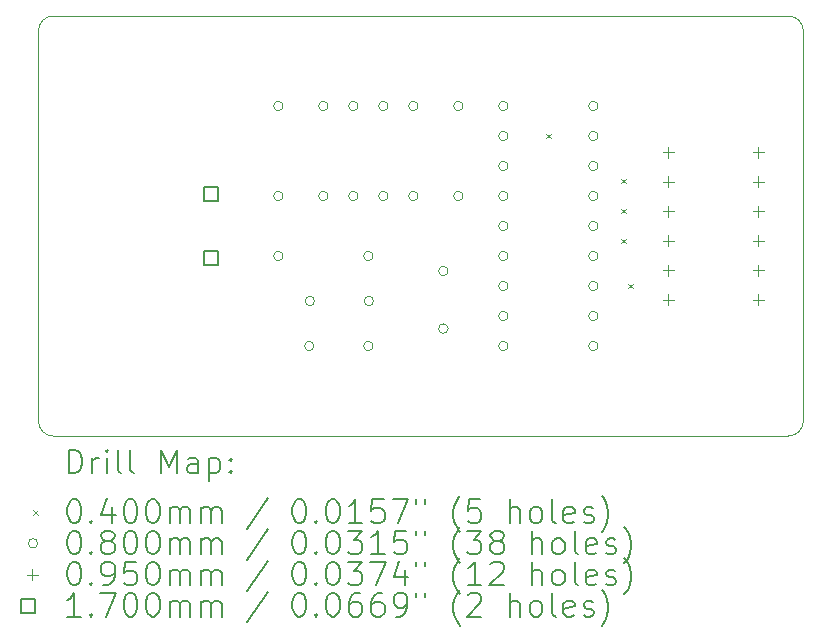
<source format=gbr>
%TF.GenerationSoftware,KiCad,Pcbnew,8.0.2*%
%TF.CreationDate,2024-05-12T16:10:16+01:00*%
%TF.ProjectId,TelemetryCANBoard,54656c65-6d65-4747-9279-43414e426f61,rev?*%
%TF.SameCoordinates,Original*%
%TF.FileFunction,Drillmap*%
%TF.FilePolarity,Positive*%
%FSLAX45Y45*%
G04 Gerber Fmt 4.5, Leading zero omitted, Abs format (unit mm)*
G04 Created by KiCad (PCBNEW 8.0.2) date 2024-05-12 16:10:16*
%MOMM*%
%LPD*%
G01*
G04 APERTURE LIST*
%ADD10C,0.100000*%
%ADD11C,0.200000*%
%ADD12C,0.170000*%
G04 APERTURE END LIST*
D10*
X18796000Y-7493000D02*
X12573000Y-7493000D01*
X18923000Y-10922000D02*
X18923000Y-7620000D01*
X12446000Y-7620000D02*
X12446000Y-10922000D01*
X18796000Y-11049000D02*
X12573000Y-11049000D01*
X18923000Y-10922000D02*
G75*
G02*
X18796000Y-11049000I-127000J0D01*
G01*
X12446000Y-7620000D02*
G75*
G02*
X12573000Y-7493000I127000J0D01*
G01*
X18796000Y-7493000D02*
G75*
G02*
X18923000Y-7620000I0J-127000D01*
G01*
X12573000Y-11049000D02*
G75*
G02*
X12446000Y-10922000I0J127000D01*
G01*
D11*
D10*
X16744000Y-8489000D02*
X16784000Y-8529000D01*
X16784000Y-8489000D02*
X16744000Y-8529000D01*
X17379000Y-8870000D02*
X17419000Y-8910000D01*
X17419000Y-8870000D02*
X17379000Y-8910000D01*
X17379000Y-9124000D02*
X17419000Y-9164000D01*
X17419000Y-9124000D02*
X17379000Y-9164000D01*
X17379000Y-9378000D02*
X17419000Y-9418000D01*
X17419000Y-9378000D02*
X17379000Y-9418000D01*
X17442500Y-9759000D02*
X17482500Y-9799000D01*
X17482500Y-9759000D02*
X17442500Y-9799000D01*
X14518000Y-8255000D02*
G75*
G02*
X14438000Y-8255000I-40000J0D01*
G01*
X14438000Y-8255000D02*
G75*
G02*
X14518000Y-8255000I40000J0D01*
G01*
X14518000Y-9017000D02*
G75*
G02*
X14438000Y-9017000I-40000J0D01*
G01*
X14438000Y-9017000D02*
G75*
G02*
X14518000Y-9017000I40000J0D01*
G01*
X14518000Y-9525000D02*
G75*
G02*
X14438000Y-9525000I-40000J0D01*
G01*
X14438000Y-9525000D02*
G75*
G02*
X14518000Y-9525000I40000J0D01*
G01*
X14780000Y-10287000D02*
G75*
G02*
X14700000Y-10287000I-40000J0D01*
G01*
X14700000Y-10287000D02*
G75*
G02*
X14780000Y-10287000I40000J0D01*
G01*
X14784000Y-9906000D02*
G75*
G02*
X14704000Y-9906000I-40000J0D01*
G01*
X14704000Y-9906000D02*
G75*
G02*
X14784000Y-9906000I40000J0D01*
G01*
X14899000Y-8255000D02*
G75*
G02*
X14819000Y-8255000I-40000J0D01*
G01*
X14819000Y-8255000D02*
G75*
G02*
X14899000Y-8255000I40000J0D01*
G01*
X14899000Y-9017000D02*
G75*
G02*
X14819000Y-9017000I-40000J0D01*
G01*
X14819000Y-9017000D02*
G75*
G02*
X14899000Y-9017000I40000J0D01*
G01*
X15153000Y-8255000D02*
G75*
G02*
X15073000Y-8255000I-40000J0D01*
G01*
X15073000Y-8255000D02*
G75*
G02*
X15153000Y-8255000I40000J0D01*
G01*
X15153000Y-9017000D02*
G75*
G02*
X15073000Y-9017000I-40000J0D01*
G01*
X15073000Y-9017000D02*
G75*
G02*
X15153000Y-9017000I40000J0D01*
G01*
X15280000Y-9525000D02*
G75*
G02*
X15200000Y-9525000I-40000J0D01*
G01*
X15200000Y-9525000D02*
G75*
G02*
X15280000Y-9525000I40000J0D01*
G01*
X15280000Y-10287000D02*
G75*
G02*
X15200000Y-10287000I-40000J0D01*
G01*
X15200000Y-10287000D02*
G75*
G02*
X15280000Y-10287000I40000J0D01*
G01*
X15284000Y-9906000D02*
G75*
G02*
X15204000Y-9906000I-40000J0D01*
G01*
X15204000Y-9906000D02*
G75*
G02*
X15284000Y-9906000I40000J0D01*
G01*
X15407000Y-8255000D02*
G75*
G02*
X15327000Y-8255000I-40000J0D01*
G01*
X15327000Y-8255000D02*
G75*
G02*
X15407000Y-8255000I40000J0D01*
G01*
X15407000Y-9017000D02*
G75*
G02*
X15327000Y-9017000I-40000J0D01*
G01*
X15327000Y-9017000D02*
G75*
G02*
X15407000Y-9017000I40000J0D01*
G01*
X15661000Y-8255000D02*
G75*
G02*
X15581000Y-8255000I-40000J0D01*
G01*
X15581000Y-8255000D02*
G75*
G02*
X15661000Y-8255000I40000J0D01*
G01*
X15661000Y-9017000D02*
G75*
G02*
X15581000Y-9017000I-40000J0D01*
G01*
X15581000Y-9017000D02*
G75*
G02*
X15661000Y-9017000I40000J0D01*
G01*
X15915000Y-9652000D02*
G75*
G02*
X15835000Y-9652000I-40000J0D01*
G01*
X15835000Y-9652000D02*
G75*
G02*
X15915000Y-9652000I40000J0D01*
G01*
X15915000Y-10140000D02*
G75*
G02*
X15835000Y-10140000I-40000J0D01*
G01*
X15835000Y-10140000D02*
G75*
G02*
X15915000Y-10140000I40000J0D01*
G01*
X16042000Y-8255000D02*
G75*
G02*
X15962000Y-8255000I-40000J0D01*
G01*
X15962000Y-8255000D02*
G75*
G02*
X16042000Y-8255000I40000J0D01*
G01*
X16042000Y-9017000D02*
G75*
G02*
X15962000Y-9017000I-40000J0D01*
G01*
X15962000Y-9017000D02*
G75*
G02*
X16042000Y-9017000I40000J0D01*
G01*
X16423000Y-8255000D02*
G75*
G02*
X16343000Y-8255000I-40000J0D01*
G01*
X16343000Y-8255000D02*
G75*
G02*
X16423000Y-8255000I40000J0D01*
G01*
X16423000Y-8509000D02*
G75*
G02*
X16343000Y-8509000I-40000J0D01*
G01*
X16343000Y-8509000D02*
G75*
G02*
X16423000Y-8509000I40000J0D01*
G01*
X16423000Y-8763000D02*
G75*
G02*
X16343000Y-8763000I-40000J0D01*
G01*
X16343000Y-8763000D02*
G75*
G02*
X16423000Y-8763000I40000J0D01*
G01*
X16423000Y-9017000D02*
G75*
G02*
X16343000Y-9017000I-40000J0D01*
G01*
X16343000Y-9017000D02*
G75*
G02*
X16423000Y-9017000I40000J0D01*
G01*
X16423000Y-9271000D02*
G75*
G02*
X16343000Y-9271000I-40000J0D01*
G01*
X16343000Y-9271000D02*
G75*
G02*
X16423000Y-9271000I40000J0D01*
G01*
X16423000Y-9525000D02*
G75*
G02*
X16343000Y-9525000I-40000J0D01*
G01*
X16343000Y-9525000D02*
G75*
G02*
X16423000Y-9525000I40000J0D01*
G01*
X16423000Y-9779000D02*
G75*
G02*
X16343000Y-9779000I-40000J0D01*
G01*
X16343000Y-9779000D02*
G75*
G02*
X16423000Y-9779000I40000J0D01*
G01*
X16423000Y-10033000D02*
G75*
G02*
X16343000Y-10033000I-40000J0D01*
G01*
X16343000Y-10033000D02*
G75*
G02*
X16423000Y-10033000I40000J0D01*
G01*
X16423000Y-10287000D02*
G75*
G02*
X16343000Y-10287000I-40000J0D01*
G01*
X16343000Y-10287000D02*
G75*
G02*
X16423000Y-10287000I40000J0D01*
G01*
X17185000Y-8255000D02*
G75*
G02*
X17105000Y-8255000I-40000J0D01*
G01*
X17105000Y-8255000D02*
G75*
G02*
X17185000Y-8255000I40000J0D01*
G01*
X17185000Y-8509000D02*
G75*
G02*
X17105000Y-8509000I-40000J0D01*
G01*
X17105000Y-8509000D02*
G75*
G02*
X17185000Y-8509000I40000J0D01*
G01*
X17185000Y-8763000D02*
G75*
G02*
X17105000Y-8763000I-40000J0D01*
G01*
X17105000Y-8763000D02*
G75*
G02*
X17185000Y-8763000I40000J0D01*
G01*
X17185000Y-9017000D02*
G75*
G02*
X17105000Y-9017000I-40000J0D01*
G01*
X17105000Y-9017000D02*
G75*
G02*
X17185000Y-9017000I40000J0D01*
G01*
X17185000Y-9271000D02*
G75*
G02*
X17105000Y-9271000I-40000J0D01*
G01*
X17105000Y-9271000D02*
G75*
G02*
X17185000Y-9271000I40000J0D01*
G01*
X17185000Y-9525000D02*
G75*
G02*
X17105000Y-9525000I-40000J0D01*
G01*
X17105000Y-9525000D02*
G75*
G02*
X17185000Y-9525000I40000J0D01*
G01*
X17185000Y-9779000D02*
G75*
G02*
X17105000Y-9779000I-40000J0D01*
G01*
X17105000Y-9779000D02*
G75*
G02*
X17185000Y-9779000I40000J0D01*
G01*
X17185000Y-10033000D02*
G75*
G02*
X17105000Y-10033000I-40000J0D01*
G01*
X17105000Y-10033000D02*
G75*
G02*
X17185000Y-10033000I40000J0D01*
G01*
X17185000Y-10287000D02*
G75*
G02*
X17105000Y-10287000I-40000J0D01*
G01*
X17105000Y-10287000D02*
G75*
G02*
X17185000Y-10287000I40000J0D01*
G01*
X17780000Y-8598500D02*
X17780000Y-8693500D01*
X17732500Y-8646000D02*
X17827500Y-8646000D01*
X17780000Y-8848500D02*
X17780000Y-8943500D01*
X17732500Y-8896000D02*
X17827500Y-8896000D01*
X17780000Y-9098500D02*
X17780000Y-9193500D01*
X17732500Y-9146000D02*
X17827500Y-9146000D01*
X17780000Y-9348500D02*
X17780000Y-9443500D01*
X17732500Y-9396000D02*
X17827500Y-9396000D01*
X17780000Y-9598500D02*
X17780000Y-9693500D01*
X17732500Y-9646000D02*
X17827500Y-9646000D01*
X17780000Y-9848500D02*
X17780000Y-9943500D01*
X17732500Y-9896000D02*
X17827500Y-9896000D01*
X18542000Y-8598500D02*
X18542000Y-8693500D01*
X18494500Y-8646000D02*
X18589500Y-8646000D01*
X18542000Y-8848500D02*
X18542000Y-8943500D01*
X18494500Y-8896000D02*
X18589500Y-8896000D01*
X18542000Y-9098500D02*
X18542000Y-9193500D01*
X18494500Y-9146000D02*
X18589500Y-9146000D01*
X18542000Y-9348500D02*
X18542000Y-9443500D01*
X18494500Y-9396000D02*
X18589500Y-9396000D01*
X18542000Y-9598500D02*
X18542000Y-9693500D01*
X18494500Y-9646000D02*
X18589500Y-9646000D01*
X18542000Y-9848500D02*
X18542000Y-9943500D01*
X18494500Y-9896000D02*
X18589500Y-9896000D01*
D12*
X13971105Y-9061105D02*
X13971105Y-8940895D01*
X13850895Y-8940895D01*
X13850895Y-9061105D01*
X13971105Y-9061105D01*
X13971105Y-9601105D02*
X13971105Y-9480895D01*
X13850895Y-9480895D01*
X13850895Y-9601105D01*
X13971105Y-9601105D01*
D11*
X12701777Y-11365484D02*
X12701777Y-11165484D01*
X12701777Y-11165484D02*
X12749396Y-11165484D01*
X12749396Y-11165484D02*
X12777967Y-11175008D01*
X12777967Y-11175008D02*
X12797015Y-11194055D01*
X12797015Y-11194055D02*
X12806539Y-11213103D01*
X12806539Y-11213103D02*
X12816062Y-11251198D01*
X12816062Y-11251198D02*
X12816062Y-11279769D01*
X12816062Y-11279769D02*
X12806539Y-11317865D01*
X12806539Y-11317865D02*
X12797015Y-11336912D01*
X12797015Y-11336912D02*
X12777967Y-11355960D01*
X12777967Y-11355960D02*
X12749396Y-11365484D01*
X12749396Y-11365484D02*
X12701777Y-11365484D01*
X12901777Y-11365484D02*
X12901777Y-11232150D01*
X12901777Y-11270246D02*
X12911301Y-11251198D01*
X12911301Y-11251198D02*
X12920824Y-11241674D01*
X12920824Y-11241674D02*
X12939872Y-11232150D01*
X12939872Y-11232150D02*
X12958920Y-11232150D01*
X13025586Y-11365484D02*
X13025586Y-11232150D01*
X13025586Y-11165484D02*
X13016062Y-11175008D01*
X13016062Y-11175008D02*
X13025586Y-11184531D01*
X13025586Y-11184531D02*
X13035110Y-11175008D01*
X13035110Y-11175008D02*
X13025586Y-11165484D01*
X13025586Y-11165484D02*
X13025586Y-11184531D01*
X13149396Y-11365484D02*
X13130348Y-11355960D01*
X13130348Y-11355960D02*
X13120824Y-11336912D01*
X13120824Y-11336912D02*
X13120824Y-11165484D01*
X13254158Y-11365484D02*
X13235110Y-11355960D01*
X13235110Y-11355960D02*
X13225586Y-11336912D01*
X13225586Y-11336912D02*
X13225586Y-11165484D01*
X13482729Y-11365484D02*
X13482729Y-11165484D01*
X13482729Y-11165484D02*
X13549396Y-11308341D01*
X13549396Y-11308341D02*
X13616062Y-11165484D01*
X13616062Y-11165484D02*
X13616062Y-11365484D01*
X13797015Y-11365484D02*
X13797015Y-11260722D01*
X13797015Y-11260722D02*
X13787491Y-11241674D01*
X13787491Y-11241674D02*
X13768443Y-11232150D01*
X13768443Y-11232150D02*
X13730348Y-11232150D01*
X13730348Y-11232150D02*
X13711301Y-11241674D01*
X13797015Y-11355960D02*
X13777967Y-11365484D01*
X13777967Y-11365484D02*
X13730348Y-11365484D01*
X13730348Y-11365484D02*
X13711301Y-11355960D01*
X13711301Y-11355960D02*
X13701777Y-11336912D01*
X13701777Y-11336912D02*
X13701777Y-11317865D01*
X13701777Y-11317865D02*
X13711301Y-11298817D01*
X13711301Y-11298817D02*
X13730348Y-11289293D01*
X13730348Y-11289293D02*
X13777967Y-11289293D01*
X13777967Y-11289293D02*
X13797015Y-11279769D01*
X13892253Y-11232150D02*
X13892253Y-11432150D01*
X13892253Y-11241674D02*
X13911301Y-11232150D01*
X13911301Y-11232150D02*
X13949396Y-11232150D01*
X13949396Y-11232150D02*
X13968443Y-11241674D01*
X13968443Y-11241674D02*
X13977967Y-11251198D01*
X13977967Y-11251198D02*
X13987491Y-11270246D01*
X13987491Y-11270246D02*
X13987491Y-11327388D01*
X13987491Y-11327388D02*
X13977967Y-11346436D01*
X13977967Y-11346436D02*
X13968443Y-11355960D01*
X13968443Y-11355960D02*
X13949396Y-11365484D01*
X13949396Y-11365484D02*
X13911301Y-11365484D01*
X13911301Y-11365484D02*
X13892253Y-11355960D01*
X14073205Y-11346436D02*
X14082729Y-11355960D01*
X14082729Y-11355960D02*
X14073205Y-11365484D01*
X14073205Y-11365484D02*
X14063682Y-11355960D01*
X14063682Y-11355960D02*
X14073205Y-11346436D01*
X14073205Y-11346436D02*
X14073205Y-11365484D01*
X14073205Y-11241674D02*
X14082729Y-11251198D01*
X14082729Y-11251198D02*
X14073205Y-11260722D01*
X14073205Y-11260722D02*
X14063682Y-11251198D01*
X14063682Y-11251198D02*
X14073205Y-11241674D01*
X14073205Y-11241674D02*
X14073205Y-11260722D01*
D10*
X12401000Y-11674000D02*
X12441000Y-11714000D01*
X12441000Y-11674000D02*
X12401000Y-11714000D01*
D11*
X12739872Y-11585484D02*
X12758920Y-11585484D01*
X12758920Y-11585484D02*
X12777967Y-11595008D01*
X12777967Y-11595008D02*
X12787491Y-11604531D01*
X12787491Y-11604531D02*
X12797015Y-11623579D01*
X12797015Y-11623579D02*
X12806539Y-11661674D01*
X12806539Y-11661674D02*
X12806539Y-11709293D01*
X12806539Y-11709293D02*
X12797015Y-11747388D01*
X12797015Y-11747388D02*
X12787491Y-11766436D01*
X12787491Y-11766436D02*
X12777967Y-11775960D01*
X12777967Y-11775960D02*
X12758920Y-11785484D01*
X12758920Y-11785484D02*
X12739872Y-11785484D01*
X12739872Y-11785484D02*
X12720824Y-11775960D01*
X12720824Y-11775960D02*
X12711301Y-11766436D01*
X12711301Y-11766436D02*
X12701777Y-11747388D01*
X12701777Y-11747388D02*
X12692253Y-11709293D01*
X12692253Y-11709293D02*
X12692253Y-11661674D01*
X12692253Y-11661674D02*
X12701777Y-11623579D01*
X12701777Y-11623579D02*
X12711301Y-11604531D01*
X12711301Y-11604531D02*
X12720824Y-11595008D01*
X12720824Y-11595008D02*
X12739872Y-11585484D01*
X12892253Y-11766436D02*
X12901777Y-11775960D01*
X12901777Y-11775960D02*
X12892253Y-11785484D01*
X12892253Y-11785484D02*
X12882729Y-11775960D01*
X12882729Y-11775960D02*
X12892253Y-11766436D01*
X12892253Y-11766436D02*
X12892253Y-11785484D01*
X13073205Y-11652150D02*
X13073205Y-11785484D01*
X13025586Y-11575960D02*
X12977967Y-11718817D01*
X12977967Y-11718817D02*
X13101777Y-11718817D01*
X13216062Y-11585484D02*
X13235110Y-11585484D01*
X13235110Y-11585484D02*
X13254158Y-11595008D01*
X13254158Y-11595008D02*
X13263682Y-11604531D01*
X13263682Y-11604531D02*
X13273205Y-11623579D01*
X13273205Y-11623579D02*
X13282729Y-11661674D01*
X13282729Y-11661674D02*
X13282729Y-11709293D01*
X13282729Y-11709293D02*
X13273205Y-11747388D01*
X13273205Y-11747388D02*
X13263682Y-11766436D01*
X13263682Y-11766436D02*
X13254158Y-11775960D01*
X13254158Y-11775960D02*
X13235110Y-11785484D01*
X13235110Y-11785484D02*
X13216062Y-11785484D01*
X13216062Y-11785484D02*
X13197015Y-11775960D01*
X13197015Y-11775960D02*
X13187491Y-11766436D01*
X13187491Y-11766436D02*
X13177967Y-11747388D01*
X13177967Y-11747388D02*
X13168443Y-11709293D01*
X13168443Y-11709293D02*
X13168443Y-11661674D01*
X13168443Y-11661674D02*
X13177967Y-11623579D01*
X13177967Y-11623579D02*
X13187491Y-11604531D01*
X13187491Y-11604531D02*
X13197015Y-11595008D01*
X13197015Y-11595008D02*
X13216062Y-11585484D01*
X13406539Y-11585484D02*
X13425586Y-11585484D01*
X13425586Y-11585484D02*
X13444634Y-11595008D01*
X13444634Y-11595008D02*
X13454158Y-11604531D01*
X13454158Y-11604531D02*
X13463682Y-11623579D01*
X13463682Y-11623579D02*
X13473205Y-11661674D01*
X13473205Y-11661674D02*
X13473205Y-11709293D01*
X13473205Y-11709293D02*
X13463682Y-11747388D01*
X13463682Y-11747388D02*
X13454158Y-11766436D01*
X13454158Y-11766436D02*
X13444634Y-11775960D01*
X13444634Y-11775960D02*
X13425586Y-11785484D01*
X13425586Y-11785484D02*
X13406539Y-11785484D01*
X13406539Y-11785484D02*
X13387491Y-11775960D01*
X13387491Y-11775960D02*
X13377967Y-11766436D01*
X13377967Y-11766436D02*
X13368443Y-11747388D01*
X13368443Y-11747388D02*
X13358920Y-11709293D01*
X13358920Y-11709293D02*
X13358920Y-11661674D01*
X13358920Y-11661674D02*
X13368443Y-11623579D01*
X13368443Y-11623579D02*
X13377967Y-11604531D01*
X13377967Y-11604531D02*
X13387491Y-11595008D01*
X13387491Y-11595008D02*
X13406539Y-11585484D01*
X13558920Y-11785484D02*
X13558920Y-11652150D01*
X13558920Y-11671198D02*
X13568443Y-11661674D01*
X13568443Y-11661674D02*
X13587491Y-11652150D01*
X13587491Y-11652150D02*
X13616063Y-11652150D01*
X13616063Y-11652150D02*
X13635110Y-11661674D01*
X13635110Y-11661674D02*
X13644634Y-11680722D01*
X13644634Y-11680722D02*
X13644634Y-11785484D01*
X13644634Y-11680722D02*
X13654158Y-11661674D01*
X13654158Y-11661674D02*
X13673205Y-11652150D01*
X13673205Y-11652150D02*
X13701777Y-11652150D01*
X13701777Y-11652150D02*
X13720824Y-11661674D01*
X13720824Y-11661674D02*
X13730348Y-11680722D01*
X13730348Y-11680722D02*
X13730348Y-11785484D01*
X13825586Y-11785484D02*
X13825586Y-11652150D01*
X13825586Y-11671198D02*
X13835110Y-11661674D01*
X13835110Y-11661674D02*
X13854158Y-11652150D01*
X13854158Y-11652150D02*
X13882729Y-11652150D01*
X13882729Y-11652150D02*
X13901777Y-11661674D01*
X13901777Y-11661674D02*
X13911301Y-11680722D01*
X13911301Y-11680722D02*
X13911301Y-11785484D01*
X13911301Y-11680722D02*
X13920824Y-11661674D01*
X13920824Y-11661674D02*
X13939872Y-11652150D01*
X13939872Y-11652150D02*
X13968443Y-11652150D01*
X13968443Y-11652150D02*
X13987491Y-11661674D01*
X13987491Y-11661674D02*
X13997015Y-11680722D01*
X13997015Y-11680722D02*
X13997015Y-11785484D01*
X14387491Y-11575960D02*
X14216063Y-11833103D01*
X14644634Y-11585484D02*
X14663682Y-11585484D01*
X14663682Y-11585484D02*
X14682729Y-11595008D01*
X14682729Y-11595008D02*
X14692253Y-11604531D01*
X14692253Y-11604531D02*
X14701777Y-11623579D01*
X14701777Y-11623579D02*
X14711301Y-11661674D01*
X14711301Y-11661674D02*
X14711301Y-11709293D01*
X14711301Y-11709293D02*
X14701777Y-11747388D01*
X14701777Y-11747388D02*
X14692253Y-11766436D01*
X14692253Y-11766436D02*
X14682729Y-11775960D01*
X14682729Y-11775960D02*
X14663682Y-11785484D01*
X14663682Y-11785484D02*
X14644634Y-11785484D01*
X14644634Y-11785484D02*
X14625586Y-11775960D01*
X14625586Y-11775960D02*
X14616063Y-11766436D01*
X14616063Y-11766436D02*
X14606539Y-11747388D01*
X14606539Y-11747388D02*
X14597015Y-11709293D01*
X14597015Y-11709293D02*
X14597015Y-11661674D01*
X14597015Y-11661674D02*
X14606539Y-11623579D01*
X14606539Y-11623579D02*
X14616063Y-11604531D01*
X14616063Y-11604531D02*
X14625586Y-11595008D01*
X14625586Y-11595008D02*
X14644634Y-11585484D01*
X14797015Y-11766436D02*
X14806539Y-11775960D01*
X14806539Y-11775960D02*
X14797015Y-11785484D01*
X14797015Y-11785484D02*
X14787491Y-11775960D01*
X14787491Y-11775960D02*
X14797015Y-11766436D01*
X14797015Y-11766436D02*
X14797015Y-11785484D01*
X14930348Y-11585484D02*
X14949396Y-11585484D01*
X14949396Y-11585484D02*
X14968444Y-11595008D01*
X14968444Y-11595008D02*
X14977967Y-11604531D01*
X14977967Y-11604531D02*
X14987491Y-11623579D01*
X14987491Y-11623579D02*
X14997015Y-11661674D01*
X14997015Y-11661674D02*
X14997015Y-11709293D01*
X14997015Y-11709293D02*
X14987491Y-11747388D01*
X14987491Y-11747388D02*
X14977967Y-11766436D01*
X14977967Y-11766436D02*
X14968444Y-11775960D01*
X14968444Y-11775960D02*
X14949396Y-11785484D01*
X14949396Y-11785484D02*
X14930348Y-11785484D01*
X14930348Y-11785484D02*
X14911301Y-11775960D01*
X14911301Y-11775960D02*
X14901777Y-11766436D01*
X14901777Y-11766436D02*
X14892253Y-11747388D01*
X14892253Y-11747388D02*
X14882729Y-11709293D01*
X14882729Y-11709293D02*
X14882729Y-11661674D01*
X14882729Y-11661674D02*
X14892253Y-11623579D01*
X14892253Y-11623579D02*
X14901777Y-11604531D01*
X14901777Y-11604531D02*
X14911301Y-11595008D01*
X14911301Y-11595008D02*
X14930348Y-11585484D01*
X15187491Y-11785484D02*
X15073206Y-11785484D01*
X15130348Y-11785484D02*
X15130348Y-11585484D01*
X15130348Y-11585484D02*
X15111301Y-11614055D01*
X15111301Y-11614055D02*
X15092253Y-11633103D01*
X15092253Y-11633103D02*
X15073206Y-11642627D01*
X15368444Y-11585484D02*
X15273206Y-11585484D01*
X15273206Y-11585484D02*
X15263682Y-11680722D01*
X15263682Y-11680722D02*
X15273206Y-11671198D01*
X15273206Y-11671198D02*
X15292253Y-11661674D01*
X15292253Y-11661674D02*
X15339872Y-11661674D01*
X15339872Y-11661674D02*
X15358920Y-11671198D01*
X15358920Y-11671198D02*
X15368444Y-11680722D01*
X15368444Y-11680722D02*
X15377967Y-11699769D01*
X15377967Y-11699769D02*
X15377967Y-11747388D01*
X15377967Y-11747388D02*
X15368444Y-11766436D01*
X15368444Y-11766436D02*
X15358920Y-11775960D01*
X15358920Y-11775960D02*
X15339872Y-11785484D01*
X15339872Y-11785484D02*
X15292253Y-11785484D01*
X15292253Y-11785484D02*
X15273206Y-11775960D01*
X15273206Y-11775960D02*
X15263682Y-11766436D01*
X15444634Y-11585484D02*
X15577967Y-11585484D01*
X15577967Y-11585484D02*
X15492253Y-11785484D01*
X15644634Y-11585484D02*
X15644634Y-11623579D01*
X15720825Y-11585484D02*
X15720825Y-11623579D01*
X16016063Y-11861674D02*
X16006539Y-11852150D01*
X16006539Y-11852150D02*
X15987491Y-11823579D01*
X15987491Y-11823579D02*
X15977968Y-11804531D01*
X15977968Y-11804531D02*
X15968444Y-11775960D01*
X15968444Y-11775960D02*
X15958920Y-11728341D01*
X15958920Y-11728341D02*
X15958920Y-11690246D01*
X15958920Y-11690246D02*
X15968444Y-11642627D01*
X15968444Y-11642627D02*
X15977968Y-11614055D01*
X15977968Y-11614055D02*
X15987491Y-11595008D01*
X15987491Y-11595008D02*
X16006539Y-11566436D01*
X16006539Y-11566436D02*
X16016063Y-11556912D01*
X16187491Y-11585484D02*
X16092253Y-11585484D01*
X16092253Y-11585484D02*
X16082729Y-11680722D01*
X16082729Y-11680722D02*
X16092253Y-11671198D01*
X16092253Y-11671198D02*
X16111301Y-11661674D01*
X16111301Y-11661674D02*
X16158920Y-11661674D01*
X16158920Y-11661674D02*
X16177968Y-11671198D01*
X16177968Y-11671198D02*
X16187491Y-11680722D01*
X16187491Y-11680722D02*
X16197015Y-11699769D01*
X16197015Y-11699769D02*
X16197015Y-11747388D01*
X16197015Y-11747388D02*
X16187491Y-11766436D01*
X16187491Y-11766436D02*
X16177968Y-11775960D01*
X16177968Y-11775960D02*
X16158920Y-11785484D01*
X16158920Y-11785484D02*
X16111301Y-11785484D01*
X16111301Y-11785484D02*
X16092253Y-11775960D01*
X16092253Y-11775960D02*
X16082729Y-11766436D01*
X16435110Y-11785484D02*
X16435110Y-11585484D01*
X16520825Y-11785484D02*
X16520825Y-11680722D01*
X16520825Y-11680722D02*
X16511301Y-11661674D01*
X16511301Y-11661674D02*
X16492253Y-11652150D01*
X16492253Y-11652150D02*
X16463682Y-11652150D01*
X16463682Y-11652150D02*
X16444634Y-11661674D01*
X16444634Y-11661674D02*
X16435110Y-11671198D01*
X16644634Y-11785484D02*
X16625587Y-11775960D01*
X16625587Y-11775960D02*
X16616063Y-11766436D01*
X16616063Y-11766436D02*
X16606539Y-11747388D01*
X16606539Y-11747388D02*
X16606539Y-11690246D01*
X16606539Y-11690246D02*
X16616063Y-11671198D01*
X16616063Y-11671198D02*
X16625587Y-11661674D01*
X16625587Y-11661674D02*
X16644634Y-11652150D01*
X16644634Y-11652150D02*
X16673206Y-11652150D01*
X16673206Y-11652150D02*
X16692253Y-11661674D01*
X16692253Y-11661674D02*
X16701777Y-11671198D01*
X16701777Y-11671198D02*
X16711301Y-11690246D01*
X16711301Y-11690246D02*
X16711301Y-11747388D01*
X16711301Y-11747388D02*
X16701777Y-11766436D01*
X16701777Y-11766436D02*
X16692253Y-11775960D01*
X16692253Y-11775960D02*
X16673206Y-11785484D01*
X16673206Y-11785484D02*
X16644634Y-11785484D01*
X16825587Y-11785484D02*
X16806539Y-11775960D01*
X16806539Y-11775960D02*
X16797015Y-11756912D01*
X16797015Y-11756912D02*
X16797015Y-11585484D01*
X16977968Y-11775960D02*
X16958920Y-11785484D01*
X16958920Y-11785484D02*
X16920825Y-11785484D01*
X16920825Y-11785484D02*
X16901777Y-11775960D01*
X16901777Y-11775960D02*
X16892253Y-11756912D01*
X16892253Y-11756912D02*
X16892253Y-11680722D01*
X16892253Y-11680722D02*
X16901777Y-11661674D01*
X16901777Y-11661674D02*
X16920825Y-11652150D01*
X16920825Y-11652150D02*
X16958920Y-11652150D01*
X16958920Y-11652150D02*
X16977968Y-11661674D01*
X16977968Y-11661674D02*
X16987492Y-11680722D01*
X16987492Y-11680722D02*
X16987492Y-11699769D01*
X16987492Y-11699769D02*
X16892253Y-11718817D01*
X17063682Y-11775960D02*
X17082730Y-11785484D01*
X17082730Y-11785484D02*
X17120825Y-11785484D01*
X17120825Y-11785484D02*
X17139873Y-11775960D01*
X17139873Y-11775960D02*
X17149396Y-11756912D01*
X17149396Y-11756912D02*
X17149396Y-11747388D01*
X17149396Y-11747388D02*
X17139873Y-11728341D01*
X17139873Y-11728341D02*
X17120825Y-11718817D01*
X17120825Y-11718817D02*
X17092253Y-11718817D01*
X17092253Y-11718817D02*
X17073206Y-11709293D01*
X17073206Y-11709293D02*
X17063682Y-11690246D01*
X17063682Y-11690246D02*
X17063682Y-11680722D01*
X17063682Y-11680722D02*
X17073206Y-11661674D01*
X17073206Y-11661674D02*
X17092253Y-11652150D01*
X17092253Y-11652150D02*
X17120825Y-11652150D01*
X17120825Y-11652150D02*
X17139873Y-11661674D01*
X17216063Y-11861674D02*
X17225587Y-11852150D01*
X17225587Y-11852150D02*
X17244634Y-11823579D01*
X17244634Y-11823579D02*
X17254158Y-11804531D01*
X17254158Y-11804531D02*
X17263682Y-11775960D01*
X17263682Y-11775960D02*
X17273206Y-11728341D01*
X17273206Y-11728341D02*
X17273206Y-11690246D01*
X17273206Y-11690246D02*
X17263682Y-11642627D01*
X17263682Y-11642627D02*
X17254158Y-11614055D01*
X17254158Y-11614055D02*
X17244634Y-11595008D01*
X17244634Y-11595008D02*
X17225587Y-11566436D01*
X17225587Y-11566436D02*
X17216063Y-11556912D01*
D10*
X12441000Y-11958000D02*
G75*
G02*
X12361000Y-11958000I-40000J0D01*
G01*
X12361000Y-11958000D02*
G75*
G02*
X12441000Y-11958000I40000J0D01*
G01*
D11*
X12739872Y-11849484D02*
X12758920Y-11849484D01*
X12758920Y-11849484D02*
X12777967Y-11859008D01*
X12777967Y-11859008D02*
X12787491Y-11868531D01*
X12787491Y-11868531D02*
X12797015Y-11887579D01*
X12797015Y-11887579D02*
X12806539Y-11925674D01*
X12806539Y-11925674D02*
X12806539Y-11973293D01*
X12806539Y-11973293D02*
X12797015Y-12011388D01*
X12797015Y-12011388D02*
X12787491Y-12030436D01*
X12787491Y-12030436D02*
X12777967Y-12039960D01*
X12777967Y-12039960D02*
X12758920Y-12049484D01*
X12758920Y-12049484D02*
X12739872Y-12049484D01*
X12739872Y-12049484D02*
X12720824Y-12039960D01*
X12720824Y-12039960D02*
X12711301Y-12030436D01*
X12711301Y-12030436D02*
X12701777Y-12011388D01*
X12701777Y-12011388D02*
X12692253Y-11973293D01*
X12692253Y-11973293D02*
X12692253Y-11925674D01*
X12692253Y-11925674D02*
X12701777Y-11887579D01*
X12701777Y-11887579D02*
X12711301Y-11868531D01*
X12711301Y-11868531D02*
X12720824Y-11859008D01*
X12720824Y-11859008D02*
X12739872Y-11849484D01*
X12892253Y-12030436D02*
X12901777Y-12039960D01*
X12901777Y-12039960D02*
X12892253Y-12049484D01*
X12892253Y-12049484D02*
X12882729Y-12039960D01*
X12882729Y-12039960D02*
X12892253Y-12030436D01*
X12892253Y-12030436D02*
X12892253Y-12049484D01*
X13016062Y-11935198D02*
X12997015Y-11925674D01*
X12997015Y-11925674D02*
X12987491Y-11916150D01*
X12987491Y-11916150D02*
X12977967Y-11897103D01*
X12977967Y-11897103D02*
X12977967Y-11887579D01*
X12977967Y-11887579D02*
X12987491Y-11868531D01*
X12987491Y-11868531D02*
X12997015Y-11859008D01*
X12997015Y-11859008D02*
X13016062Y-11849484D01*
X13016062Y-11849484D02*
X13054158Y-11849484D01*
X13054158Y-11849484D02*
X13073205Y-11859008D01*
X13073205Y-11859008D02*
X13082729Y-11868531D01*
X13082729Y-11868531D02*
X13092253Y-11887579D01*
X13092253Y-11887579D02*
X13092253Y-11897103D01*
X13092253Y-11897103D02*
X13082729Y-11916150D01*
X13082729Y-11916150D02*
X13073205Y-11925674D01*
X13073205Y-11925674D02*
X13054158Y-11935198D01*
X13054158Y-11935198D02*
X13016062Y-11935198D01*
X13016062Y-11935198D02*
X12997015Y-11944722D01*
X12997015Y-11944722D02*
X12987491Y-11954246D01*
X12987491Y-11954246D02*
X12977967Y-11973293D01*
X12977967Y-11973293D02*
X12977967Y-12011388D01*
X12977967Y-12011388D02*
X12987491Y-12030436D01*
X12987491Y-12030436D02*
X12997015Y-12039960D01*
X12997015Y-12039960D02*
X13016062Y-12049484D01*
X13016062Y-12049484D02*
X13054158Y-12049484D01*
X13054158Y-12049484D02*
X13073205Y-12039960D01*
X13073205Y-12039960D02*
X13082729Y-12030436D01*
X13082729Y-12030436D02*
X13092253Y-12011388D01*
X13092253Y-12011388D02*
X13092253Y-11973293D01*
X13092253Y-11973293D02*
X13082729Y-11954246D01*
X13082729Y-11954246D02*
X13073205Y-11944722D01*
X13073205Y-11944722D02*
X13054158Y-11935198D01*
X13216062Y-11849484D02*
X13235110Y-11849484D01*
X13235110Y-11849484D02*
X13254158Y-11859008D01*
X13254158Y-11859008D02*
X13263682Y-11868531D01*
X13263682Y-11868531D02*
X13273205Y-11887579D01*
X13273205Y-11887579D02*
X13282729Y-11925674D01*
X13282729Y-11925674D02*
X13282729Y-11973293D01*
X13282729Y-11973293D02*
X13273205Y-12011388D01*
X13273205Y-12011388D02*
X13263682Y-12030436D01*
X13263682Y-12030436D02*
X13254158Y-12039960D01*
X13254158Y-12039960D02*
X13235110Y-12049484D01*
X13235110Y-12049484D02*
X13216062Y-12049484D01*
X13216062Y-12049484D02*
X13197015Y-12039960D01*
X13197015Y-12039960D02*
X13187491Y-12030436D01*
X13187491Y-12030436D02*
X13177967Y-12011388D01*
X13177967Y-12011388D02*
X13168443Y-11973293D01*
X13168443Y-11973293D02*
X13168443Y-11925674D01*
X13168443Y-11925674D02*
X13177967Y-11887579D01*
X13177967Y-11887579D02*
X13187491Y-11868531D01*
X13187491Y-11868531D02*
X13197015Y-11859008D01*
X13197015Y-11859008D02*
X13216062Y-11849484D01*
X13406539Y-11849484D02*
X13425586Y-11849484D01*
X13425586Y-11849484D02*
X13444634Y-11859008D01*
X13444634Y-11859008D02*
X13454158Y-11868531D01*
X13454158Y-11868531D02*
X13463682Y-11887579D01*
X13463682Y-11887579D02*
X13473205Y-11925674D01*
X13473205Y-11925674D02*
X13473205Y-11973293D01*
X13473205Y-11973293D02*
X13463682Y-12011388D01*
X13463682Y-12011388D02*
X13454158Y-12030436D01*
X13454158Y-12030436D02*
X13444634Y-12039960D01*
X13444634Y-12039960D02*
X13425586Y-12049484D01*
X13425586Y-12049484D02*
X13406539Y-12049484D01*
X13406539Y-12049484D02*
X13387491Y-12039960D01*
X13387491Y-12039960D02*
X13377967Y-12030436D01*
X13377967Y-12030436D02*
X13368443Y-12011388D01*
X13368443Y-12011388D02*
X13358920Y-11973293D01*
X13358920Y-11973293D02*
X13358920Y-11925674D01*
X13358920Y-11925674D02*
X13368443Y-11887579D01*
X13368443Y-11887579D02*
X13377967Y-11868531D01*
X13377967Y-11868531D02*
X13387491Y-11859008D01*
X13387491Y-11859008D02*
X13406539Y-11849484D01*
X13558920Y-12049484D02*
X13558920Y-11916150D01*
X13558920Y-11935198D02*
X13568443Y-11925674D01*
X13568443Y-11925674D02*
X13587491Y-11916150D01*
X13587491Y-11916150D02*
X13616063Y-11916150D01*
X13616063Y-11916150D02*
X13635110Y-11925674D01*
X13635110Y-11925674D02*
X13644634Y-11944722D01*
X13644634Y-11944722D02*
X13644634Y-12049484D01*
X13644634Y-11944722D02*
X13654158Y-11925674D01*
X13654158Y-11925674D02*
X13673205Y-11916150D01*
X13673205Y-11916150D02*
X13701777Y-11916150D01*
X13701777Y-11916150D02*
X13720824Y-11925674D01*
X13720824Y-11925674D02*
X13730348Y-11944722D01*
X13730348Y-11944722D02*
X13730348Y-12049484D01*
X13825586Y-12049484D02*
X13825586Y-11916150D01*
X13825586Y-11935198D02*
X13835110Y-11925674D01*
X13835110Y-11925674D02*
X13854158Y-11916150D01*
X13854158Y-11916150D02*
X13882729Y-11916150D01*
X13882729Y-11916150D02*
X13901777Y-11925674D01*
X13901777Y-11925674D02*
X13911301Y-11944722D01*
X13911301Y-11944722D02*
X13911301Y-12049484D01*
X13911301Y-11944722D02*
X13920824Y-11925674D01*
X13920824Y-11925674D02*
X13939872Y-11916150D01*
X13939872Y-11916150D02*
X13968443Y-11916150D01*
X13968443Y-11916150D02*
X13987491Y-11925674D01*
X13987491Y-11925674D02*
X13997015Y-11944722D01*
X13997015Y-11944722D02*
X13997015Y-12049484D01*
X14387491Y-11839960D02*
X14216063Y-12097103D01*
X14644634Y-11849484D02*
X14663682Y-11849484D01*
X14663682Y-11849484D02*
X14682729Y-11859008D01*
X14682729Y-11859008D02*
X14692253Y-11868531D01*
X14692253Y-11868531D02*
X14701777Y-11887579D01*
X14701777Y-11887579D02*
X14711301Y-11925674D01*
X14711301Y-11925674D02*
X14711301Y-11973293D01*
X14711301Y-11973293D02*
X14701777Y-12011388D01*
X14701777Y-12011388D02*
X14692253Y-12030436D01*
X14692253Y-12030436D02*
X14682729Y-12039960D01*
X14682729Y-12039960D02*
X14663682Y-12049484D01*
X14663682Y-12049484D02*
X14644634Y-12049484D01*
X14644634Y-12049484D02*
X14625586Y-12039960D01*
X14625586Y-12039960D02*
X14616063Y-12030436D01*
X14616063Y-12030436D02*
X14606539Y-12011388D01*
X14606539Y-12011388D02*
X14597015Y-11973293D01*
X14597015Y-11973293D02*
X14597015Y-11925674D01*
X14597015Y-11925674D02*
X14606539Y-11887579D01*
X14606539Y-11887579D02*
X14616063Y-11868531D01*
X14616063Y-11868531D02*
X14625586Y-11859008D01*
X14625586Y-11859008D02*
X14644634Y-11849484D01*
X14797015Y-12030436D02*
X14806539Y-12039960D01*
X14806539Y-12039960D02*
X14797015Y-12049484D01*
X14797015Y-12049484D02*
X14787491Y-12039960D01*
X14787491Y-12039960D02*
X14797015Y-12030436D01*
X14797015Y-12030436D02*
X14797015Y-12049484D01*
X14930348Y-11849484D02*
X14949396Y-11849484D01*
X14949396Y-11849484D02*
X14968444Y-11859008D01*
X14968444Y-11859008D02*
X14977967Y-11868531D01*
X14977967Y-11868531D02*
X14987491Y-11887579D01*
X14987491Y-11887579D02*
X14997015Y-11925674D01*
X14997015Y-11925674D02*
X14997015Y-11973293D01*
X14997015Y-11973293D02*
X14987491Y-12011388D01*
X14987491Y-12011388D02*
X14977967Y-12030436D01*
X14977967Y-12030436D02*
X14968444Y-12039960D01*
X14968444Y-12039960D02*
X14949396Y-12049484D01*
X14949396Y-12049484D02*
X14930348Y-12049484D01*
X14930348Y-12049484D02*
X14911301Y-12039960D01*
X14911301Y-12039960D02*
X14901777Y-12030436D01*
X14901777Y-12030436D02*
X14892253Y-12011388D01*
X14892253Y-12011388D02*
X14882729Y-11973293D01*
X14882729Y-11973293D02*
X14882729Y-11925674D01*
X14882729Y-11925674D02*
X14892253Y-11887579D01*
X14892253Y-11887579D02*
X14901777Y-11868531D01*
X14901777Y-11868531D02*
X14911301Y-11859008D01*
X14911301Y-11859008D02*
X14930348Y-11849484D01*
X15063682Y-11849484D02*
X15187491Y-11849484D01*
X15187491Y-11849484D02*
X15120825Y-11925674D01*
X15120825Y-11925674D02*
X15149396Y-11925674D01*
X15149396Y-11925674D02*
X15168444Y-11935198D01*
X15168444Y-11935198D02*
X15177967Y-11944722D01*
X15177967Y-11944722D02*
X15187491Y-11963769D01*
X15187491Y-11963769D02*
X15187491Y-12011388D01*
X15187491Y-12011388D02*
X15177967Y-12030436D01*
X15177967Y-12030436D02*
X15168444Y-12039960D01*
X15168444Y-12039960D02*
X15149396Y-12049484D01*
X15149396Y-12049484D02*
X15092253Y-12049484D01*
X15092253Y-12049484D02*
X15073206Y-12039960D01*
X15073206Y-12039960D02*
X15063682Y-12030436D01*
X15377967Y-12049484D02*
X15263682Y-12049484D01*
X15320825Y-12049484D02*
X15320825Y-11849484D01*
X15320825Y-11849484D02*
X15301777Y-11878055D01*
X15301777Y-11878055D02*
X15282729Y-11897103D01*
X15282729Y-11897103D02*
X15263682Y-11906627D01*
X15558920Y-11849484D02*
X15463682Y-11849484D01*
X15463682Y-11849484D02*
X15454158Y-11944722D01*
X15454158Y-11944722D02*
X15463682Y-11935198D01*
X15463682Y-11935198D02*
X15482729Y-11925674D01*
X15482729Y-11925674D02*
X15530348Y-11925674D01*
X15530348Y-11925674D02*
X15549396Y-11935198D01*
X15549396Y-11935198D02*
X15558920Y-11944722D01*
X15558920Y-11944722D02*
X15568444Y-11963769D01*
X15568444Y-11963769D02*
X15568444Y-12011388D01*
X15568444Y-12011388D02*
X15558920Y-12030436D01*
X15558920Y-12030436D02*
X15549396Y-12039960D01*
X15549396Y-12039960D02*
X15530348Y-12049484D01*
X15530348Y-12049484D02*
X15482729Y-12049484D01*
X15482729Y-12049484D02*
X15463682Y-12039960D01*
X15463682Y-12039960D02*
X15454158Y-12030436D01*
X15644634Y-11849484D02*
X15644634Y-11887579D01*
X15720825Y-11849484D02*
X15720825Y-11887579D01*
X16016063Y-12125674D02*
X16006539Y-12116150D01*
X16006539Y-12116150D02*
X15987491Y-12087579D01*
X15987491Y-12087579D02*
X15977968Y-12068531D01*
X15977968Y-12068531D02*
X15968444Y-12039960D01*
X15968444Y-12039960D02*
X15958920Y-11992341D01*
X15958920Y-11992341D02*
X15958920Y-11954246D01*
X15958920Y-11954246D02*
X15968444Y-11906627D01*
X15968444Y-11906627D02*
X15977968Y-11878055D01*
X15977968Y-11878055D02*
X15987491Y-11859008D01*
X15987491Y-11859008D02*
X16006539Y-11830436D01*
X16006539Y-11830436D02*
X16016063Y-11820912D01*
X16073206Y-11849484D02*
X16197015Y-11849484D01*
X16197015Y-11849484D02*
X16130348Y-11925674D01*
X16130348Y-11925674D02*
X16158920Y-11925674D01*
X16158920Y-11925674D02*
X16177968Y-11935198D01*
X16177968Y-11935198D02*
X16187491Y-11944722D01*
X16187491Y-11944722D02*
X16197015Y-11963769D01*
X16197015Y-11963769D02*
X16197015Y-12011388D01*
X16197015Y-12011388D02*
X16187491Y-12030436D01*
X16187491Y-12030436D02*
X16177968Y-12039960D01*
X16177968Y-12039960D02*
X16158920Y-12049484D01*
X16158920Y-12049484D02*
X16101777Y-12049484D01*
X16101777Y-12049484D02*
X16082729Y-12039960D01*
X16082729Y-12039960D02*
X16073206Y-12030436D01*
X16311301Y-11935198D02*
X16292253Y-11925674D01*
X16292253Y-11925674D02*
X16282729Y-11916150D01*
X16282729Y-11916150D02*
X16273206Y-11897103D01*
X16273206Y-11897103D02*
X16273206Y-11887579D01*
X16273206Y-11887579D02*
X16282729Y-11868531D01*
X16282729Y-11868531D02*
X16292253Y-11859008D01*
X16292253Y-11859008D02*
X16311301Y-11849484D01*
X16311301Y-11849484D02*
X16349396Y-11849484D01*
X16349396Y-11849484D02*
X16368444Y-11859008D01*
X16368444Y-11859008D02*
X16377968Y-11868531D01*
X16377968Y-11868531D02*
X16387491Y-11887579D01*
X16387491Y-11887579D02*
X16387491Y-11897103D01*
X16387491Y-11897103D02*
X16377968Y-11916150D01*
X16377968Y-11916150D02*
X16368444Y-11925674D01*
X16368444Y-11925674D02*
X16349396Y-11935198D01*
X16349396Y-11935198D02*
X16311301Y-11935198D01*
X16311301Y-11935198D02*
X16292253Y-11944722D01*
X16292253Y-11944722D02*
X16282729Y-11954246D01*
X16282729Y-11954246D02*
X16273206Y-11973293D01*
X16273206Y-11973293D02*
X16273206Y-12011388D01*
X16273206Y-12011388D02*
X16282729Y-12030436D01*
X16282729Y-12030436D02*
X16292253Y-12039960D01*
X16292253Y-12039960D02*
X16311301Y-12049484D01*
X16311301Y-12049484D02*
X16349396Y-12049484D01*
X16349396Y-12049484D02*
X16368444Y-12039960D01*
X16368444Y-12039960D02*
X16377968Y-12030436D01*
X16377968Y-12030436D02*
X16387491Y-12011388D01*
X16387491Y-12011388D02*
X16387491Y-11973293D01*
X16387491Y-11973293D02*
X16377968Y-11954246D01*
X16377968Y-11954246D02*
X16368444Y-11944722D01*
X16368444Y-11944722D02*
X16349396Y-11935198D01*
X16625587Y-12049484D02*
X16625587Y-11849484D01*
X16711301Y-12049484D02*
X16711301Y-11944722D01*
X16711301Y-11944722D02*
X16701777Y-11925674D01*
X16701777Y-11925674D02*
X16682730Y-11916150D01*
X16682730Y-11916150D02*
X16654158Y-11916150D01*
X16654158Y-11916150D02*
X16635110Y-11925674D01*
X16635110Y-11925674D02*
X16625587Y-11935198D01*
X16835111Y-12049484D02*
X16816063Y-12039960D01*
X16816063Y-12039960D02*
X16806539Y-12030436D01*
X16806539Y-12030436D02*
X16797015Y-12011388D01*
X16797015Y-12011388D02*
X16797015Y-11954246D01*
X16797015Y-11954246D02*
X16806539Y-11935198D01*
X16806539Y-11935198D02*
X16816063Y-11925674D01*
X16816063Y-11925674D02*
X16835111Y-11916150D01*
X16835111Y-11916150D02*
X16863682Y-11916150D01*
X16863682Y-11916150D02*
X16882730Y-11925674D01*
X16882730Y-11925674D02*
X16892253Y-11935198D01*
X16892253Y-11935198D02*
X16901777Y-11954246D01*
X16901777Y-11954246D02*
X16901777Y-12011388D01*
X16901777Y-12011388D02*
X16892253Y-12030436D01*
X16892253Y-12030436D02*
X16882730Y-12039960D01*
X16882730Y-12039960D02*
X16863682Y-12049484D01*
X16863682Y-12049484D02*
X16835111Y-12049484D01*
X17016063Y-12049484D02*
X16997015Y-12039960D01*
X16997015Y-12039960D02*
X16987492Y-12020912D01*
X16987492Y-12020912D02*
X16987492Y-11849484D01*
X17168444Y-12039960D02*
X17149396Y-12049484D01*
X17149396Y-12049484D02*
X17111301Y-12049484D01*
X17111301Y-12049484D02*
X17092253Y-12039960D01*
X17092253Y-12039960D02*
X17082730Y-12020912D01*
X17082730Y-12020912D02*
X17082730Y-11944722D01*
X17082730Y-11944722D02*
X17092253Y-11925674D01*
X17092253Y-11925674D02*
X17111301Y-11916150D01*
X17111301Y-11916150D02*
X17149396Y-11916150D01*
X17149396Y-11916150D02*
X17168444Y-11925674D01*
X17168444Y-11925674D02*
X17177968Y-11944722D01*
X17177968Y-11944722D02*
X17177968Y-11963769D01*
X17177968Y-11963769D02*
X17082730Y-11982817D01*
X17254158Y-12039960D02*
X17273206Y-12049484D01*
X17273206Y-12049484D02*
X17311301Y-12049484D01*
X17311301Y-12049484D02*
X17330349Y-12039960D01*
X17330349Y-12039960D02*
X17339873Y-12020912D01*
X17339873Y-12020912D02*
X17339873Y-12011388D01*
X17339873Y-12011388D02*
X17330349Y-11992341D01*
X17330349Y-11992341D02*
X17311301Y-11982817D01*
X17311301Y-11982817D02*
X17282730Y-11982817D01*
X17282730Y-11982817D02*
X17263682Y-11973293D01*
X17263682Y-11973293D02*
X17254158Y-11954246D01*
X17254158Y-11954246D02*
X17254158Y-11944722D01*
X17254158Y-11944722D02*
X17263682Y-11925674D01*
X17263682Y-11925674D02*
X17282730Y-11916150D01*
X17282730Y-11916150D02*
X17311301Y-11916150D01*
X17311301Y-11916150D02*
X17330349Y-11925674D01*
X17406539Y-12125674D02*
X17416063Y-12116150D01*
X17416063Y-12116150D02*
X17435111Y-12087579D01*
X17435111Y-12087579D02*
X17444634Y-12068531D01*
X17444634Y-12068531D02*
X17454158Y-12039960D01*
X17454158Y-12039960D02*
X17463682Y-11992341D01*
X17463682Y-11992341D02*
X17463682Y-11954246D01*
X17463682Y-11954246D02*
X17454158Y-11906627D01*
X17454158Y-11906627D02*
X17444634Y-11878055D01*
X17444634Y-11878055D02*
X17435111Y-11859008D01*
X17435111Y-11859008D02*
X17416063Y-11830436D01*
X17416063Y-11830436D02*
X17406539Y-11820912D01*
D10*
X12393500Y-12174500D02*
X12393500Y-12269500D01*
X12346000Y-12222000D02*
X12441000Y-12222000D01*
D11*
X12739872Y-12113484D02*
X12758920Y-12113484D01*
X12758920Y-12113484D02*
X12777967Y-12123008D01*
X12777967Y-12123008D02*
X12787491Y-12132531D01*
X12787491Y-12132531D02*
X12797015Y-12151579D01*
X12797015Y-12151579D02*
X12806539Y-12189674D01*
X12806539Y-12189674D02*
X12806539Y-12237293D01*
X12806539Y-12237293D02*
X12797015Y-12275388D01*
X12797015Y-12275388D02*
X12787491Y-12294436D01*
X12787491Y-12294436D02*
X12777967Y-12303960D01*
X12777967Y-12303960D02*
X12758920Y-12313484D01*
X12758920Y-12313484D02*
X12739872Y-12313484D01*
X12739872Y-12313484D02*
X12720824Y-12303960D01*
X12720824Y-12303960D02*
X12711301Y-12294436D01*
X12711301Y-12294436D02*
X12701777Y-12275388D01*
X12701777Y-12275388D02*
X12692253Y-12237293D01*
X12692253Y-12237293D02*
X12692253Y-12189674D01*
X12692253Y-12189674D02*
X12701777Y-12151579D01*
X12701777Y-12151579D02*
X12711301Y-12132531D01*
X12711301Y-12132531D02*
X12720824Y-12123008D01*
X12720824Y-12123008D02*
X12739872Y-12113484D01*
X12892253Y-12294436D02*
X12901777Y-12303960D01*
X12901777Y-12303960D02*
X12892253Y-12313484D01*
X12892253Y-12313484D02*
X12882729Y-12303960D01*
X12882729Y-12303960D02*
X12892253Y-12294436D01*
X12892253Y-12294436D02*
X12892253Y-12313484D01*
X12997015Y-12313484D02*
X13035110Y-12313484D01*
X13035110Y-12313484D02*
X13054158Y-12303960D01*
X13054158Y-12303960D02*
X13063682Y-12294436D01*
X13063682Y-12294436D02*
X13082729Y-12265865D01*
X13082729Y-12265865D02*
X13092253Y-12227769D01*
X13092253Y-12227769D02*
X13092253Y-12151579D01*
X13092253Y-12151579D02*
X13082729Y-12132531D01*
X13082729Y-12132531D02*
X13073205Y-12123008D01*
X13073205Y-12123008D02*
X13054158Y-12113484D01*
X13054158Y-12113484D02*
X13016062Y-12113484D01*
X13016062Y-12113484D02*
X12997015Y-12123008D01*
X12997015Y-12123008D02*
X12987491Y-12132531D01*
X12987491Y-12132531D02*
X12977967Y-12151579D01*
X12977967Y-12151579D02*
X12977967Y-12199198D01*
X12977967Y-12199198D02*
X12987491Y-12218246D01*
X12987491Y-12218246D02*
X12997015Y-12227769D01*
X12997015Y-12227769D02*
X13016062Y-12237293D01*
X13016062Y-12237293D02*
X13054158Y-12237293D01*
X13054158Y-12237293D02*
X13073205Y-12227769D01*
X13073205Y-12227769D02*
X13082729Y-12218246D01*
X13082729Y-12218246D02*
X13092253Y-12199198D01*
X13273205Y-12113484D02*
X13177967Y-12113484D01*
X13177967Y-12113484D02*
X13168443Y-12208722D01*
X13168443Y-12208722D02*
X13177967Y-12199198D01*
X13177967Y-12199198D02*
X13197015Y-12189674D01*
X13197015Y-12189674D02*
X13244634Y-12189674D01*
X13244634Y-12189674D02*
X13263682Y-12199198D01*
X13263682Y-12199198D02*
X13273205Y-12208722D01*
X13273205Y-12208722D02*
X13282729Y-12227769D01*
X13282729Y-12227769D02*
X13282729Y-12275388D01*
X13282729Y-12275388D02*
X13273205Y-12294436D01*
X13273205Y-12294436D02*
X13263682Y-12303960D01*
X13263682Y-12303960D02*
X13244634Y-12313484D01*
X13244634Y-12313484D02*
X13197015Y-12313484D01*
X13197015Y-12313484D02*
X13177967Y-12303960D01*
X13177967Y-12303960D02*
X13168443Y-12294436D01*
X13406539Y-12113484D02*
X13425586Y-12113484D01*
X13425586Y-12113484D02*
X13444634Y-12123008D01*
X13444634Y-12123008D02*
X13454158Y-12132531D01*
X13454158Y-12132531D02*
X13463682Y-12151579D01*
X13463682Y-12151579D02*
X13473205Y-12189674D01*
X13473205Y-12189674D02*
X13473205Y-12237293D01*
X13473205Y-12237293D02*
X13463682Y-12275388D01*
X13463682Y-12275388D02*
X13454158Y-12294436D01*
X13454158Y-12294436D02*
X13444634Y-12303960D01*
X13444634Y-12303960D02*
X13425586Y-12313484D01*
X13425586Y-12313484D02*
X13406539Y-12313484D01*
X13406539Y-12313484D02*
X13387491Y-12303960D01*
X13387491Y-12303960D02*
X13377967Y-12294436D01*
X13377967Y-12294436D02*
X13368443Y-12275388D01*
X13368443Y-12275388D02*
X13358920Y-12237293D01*
X13358920Y-12237293D02*
X13358920Y-12189674D01*
X13358920Y-12189674D02*
X13368443Y-12151579D01*
X13368443Y-12151579D02*
X13377967Y-12132531D01*
X13377967Y-12132531D02*
X13387491Y-12123008D01*
X13387491Y-12123008D02*
X13406539Y-12113484D01*
X13558920Y-12313484D02*
X13558920Y-12180150D01*
X13558920Y-12199198D02*
X13568443Y-12189674D01*
X13568443Y-12189674D02*
X13587491Y-12180150D01*
X13587491Y-12180150D02*
X13616063Y-12180150D01*
X13616063Y-12180150D02*
X13635110Y-12189674D01*
X13635110Y-12189674D02*
X13644634Y-12208722D01*
X13644634Y-12208722D02*
X13644634Y-12313484D01*
X13644634Y-12208722D02*
X13654158Y-12189674D01*
X13654158Y-12189674D02*
X13673205Y-12180150D01*
X13673205Y-12180150D02*
X13701777Y-12180150D01*
X13701777Y-12180150D02*
X13720824Y-12189674D01*
X13720824Y-12189674D02*
X13730348Y-12208722D01*
X13730348Y-12208722D02*
X13730348Y-12313484D01*
X13825586Y-12313484D02*
X13825586Y-12180150D01*
X13825586Y-12199198D02*
X13835110Y-12189674D01*
X13835110Y-12189674D02*
X13854158Y-12180150D01*
X13854158Y-12180150D02*
X13882729Y-12180150D01*
X13882729Y-12180150D02*
X13901777Y-12189674D01*
X13901777Y-12189674D02*
X13911301Y-12208722D01*
X13911301Y-12208722D02*
X13911301Y-12313484D01*
X13911301Y-12208722D02*
X13920824Y-12189674D01*
X13920824Y-12189674D02*
X13939872Y-12180150D01*
X13939872Y-12180150D02*
X13968443Y-12180150D01*
X13968443Y-12180150D02*
X13987491Y-12189674D01*
X13987491Y-12189674D02*
X13997015Y-12208722D01*
X13997015Y-12208722D02*
X13997015Y-12313484D01*
X14387491Y-12103960D02*
X14216063Y-12361103D01*
X14644634Y-12113484D02*
X14663682Y-12113484D01*
X14663682Y-12113484D02*
X14682729Y-12123008D01*
X14682729Y-12123008D02*
X14692253Y-12132531D01*
X14692253Y-12132531D02*
X14701777Y-12151579D01*
X14701777Y-12151579D02*
X14711301Y-12189674D01*
X14711301Y-12189674D02*
X14711301Y-12237293D01*
X14711301Y-12237293D02*
X14701777Y-12275388D01*
X14701777Y-12275388D02*
X14692253Y-12294436D01*
X14692253Y-12294436D02*
X14682729Y-12303960D01*
X14682729Y-12303960D02*
X14663682Y-12313484D01*
X14663682Y-12313484D02*
X14644634Y-12313484D01*
X14644634Y-12313484D02*
X14625586Y-12303960D01*
X14625586Y-12303960D02*
X14616063Y-12294436D01*
X14616063Y-12294436D02*
X14606539Y-12275388D01*
X14606539Y-12275388D02*
X14597015Y-12237293D01*
X14597015Y-12237293D02*
X14597015Y-12189674D01*
X14597015Y-12189674D02*
X14606539Y-12151579D01*
X14606539Y-12151579D02*
X14616063Y-12132531D01*
X14616063Y-12132531D02*
X14625586Y-12123008D01*
X14625586Y-12123008D02*
X14644634Y-12113484D01*
X14797015Y-12294436D02*
X14806539Y-12303960D01*
X14806539Y-12303960D02*
X14797015Y-12313484D01*
X14797015Y-12313484D02*
X14787491Y-12303960D01*
X14787491Y-12303960D02*
X14797015Y-12294436D01*
X14797015Y-12294436D02*
X14797015Y-12313484D01*
X14930348Y-12113484D02*
X14949396Y-12113484D01*
X14949396Y-12113484D02*
X14968444Y-12123008D01*
X14968444Y-12123008D02*
X14977967Y-12132531D01*
X14977967Y-12132531D02*
X14987491Y-12151579D01*
X14987491Y-12151579D02*
X14997015Y-12189674D01*
X14997015Y-12189674D02*
X14997015Y-12237293D01*
X14997015Y-12237293D02*
X14987491Y-12275388D01*
X14987491Y-12275388D02*
X14977967Y-12294436D01*
X14977967Y-12294436D02*
X14968444Y-12303960D01*
X14968444Y-12303960D02*
X14949396Y-12313484D01*
X14949396Y-12313484D02*
X14930348Y-12313484D01*
X14930348Y-12313484D02*
X14911301Y-12303960D01*
X14911301Y-12303960D02*
X14901777Y-12294436D01*
X14901777Y-12294436D02*
X14892253Y-12275388D01*
X14892253Y-12275388D02*
X14882729Y-12237293D01*
X14882729Y-12237293D02*
X14882729Y-12189674D01*
X14882729Y-12189674D02*
X14892253Y-12151579D01*
X14892253Y-12151579D02*
X14901777Y-12132531D01*
X14901777Y-12132531D02*
X14911301Y-12123008D01*
X14911301Y-12123008D02*
X14930348Y-12113484D01*
X15063682Y-12113484D02*
X15187491Y-12113484D01*
X15187491Y-12113484D02*
X15120825Y-12189674D01*
X15120825Y-12189674D02*
X15149396Y-12189674D01*
X15149396Y-12189674D02*
X15168444Y-12199198D01*
X15168444Y-12199198D02*
X15177967Y-12208722D01*
X15177967Y-12208722D02*
X15187491Y-12227769D01*
X15187491Y-12227769D02*
X15187491Y-12275388D01*
X15187491Y-12275388D02*
X15177967Y-12294436D01*
X15177967Y-12294436D02*
X15168444Y-12303960D01*
X15168444Y-12303960D02*
X15149396Y-12313484D01*
X15149396Y-12313484D02*
X15092253Y-12313484D01*
X15092253Y-12313484D02*
X15073206Y-12303960D01*
X15073206Y-12303960D02*
X15063682Y-12294436D01*
X15254158Y-12113484D02*
X15387491Y-12113484D01*
X15387491Y-12113484D02*
X15301777Y-12313484D01*
X15549396Y-12180150D02*
X15549396Y-12313484D01*
X15501777Y-12103960D02*
X15454158Y-12246817D01*
X15454158Y-12246817D02*
X15577967Y-12246817D01*
X15644634Y-12113484D02*
X15644634Y-12151579D01*
X15720825Y-12113484D02*
X15720825Y-12151579D01*
X16016063Y-12389674D02*
X16006539Y-12380150D01*
X16006539Y-12380150D02*
X15987491Y-12351579D01*
X15987491Y-12351579D02*
X15977968Y-12332531D01*
X15977968Y-12332531D02*
X15968444Y-12303960D01*
X15968444Y-12303960D02*
X15958920Y-12256341D01*
X15958920Y-12256341D02*
X15958920Y-12218246D01*
X15958920Y-12218246D02*
X15968444Y-12170627D01*
X15968444Y-12170627D02*
X15977968Y-12142055D01*
X15977968Y-12142055D02*
X15987491Y-12123008D01*
X15987491Y-12123008D02*
X16006539Y-12094436D01*
X16006539Y-12094436D02*
X16016063Y-12084912D01*
X16197015Y-12313484D02*
X16082729Y-12313484D01*
X16139872Y-12313484D02*
X16139872Y-12113484D01*
X16139872Y-12113484D02*
X16120825Y-12142055D01*
X16120825Y-12142055D02*
X16101777Y-12161103D01*
X16101777Y-12161103D02*
X16082729Y-12170627D01*
X16273206Y-12132531D02*
X16282729Y-12123008D01*
X16282729Y-12123008D02*
X16301777Y-12113484D01*
X16301777Y-12113484D02*
X16349396Y-12113484D01*
X16349396Y-12113484D02*
X16368444Y-12123008D01*
X16368444Y-12123008D02*
X16377968Y-12132531D01*
X16377968Y-12132531D02*
X16387491Y-12151579D01*
X16387491Y-12151579D02*
X16387491Y-12170627D01*
X16387491Y-12170627D02*
X16377968Y-12199198D01*
X16377968Y-12199198D02*
X16263682Y-12313484D01*
X16263682Y-12313484D02*
X16387491Y-12313484D01*
X16625587Y-12313484D02*
X16625587Y-12113484D01*
X16711301Y-12313484D02*
X16711301Y-12208722D01*
X16711301Y-12208722D02*
X16701777Y-12189674D01*
X16701777Y-12189674D02*
X16682730Y-12180150D01*
X16682730Y-12180150D02*
X16654158Y-12180150D01*
X16654158Y-12180150D02*
X16635110Y-12189674D01*
X16635110Y-12189674D02*
X16625587Y-12199198D01*
X16835111Y-12313484D02*
X16816063Y-12303960D01*
X16816063Y-12303960D02*
X16806539Y-12294436D01*
X16806539Y-12294436D02*
X16797015Y-12275388D01*
X16797015Y-12275388D02*
X16797015Y-12218246D01*
X16797015Y-12218246D02*
X16806539Y-12199198D01*
X16806539Y-12199198D02*
X16816063Y-12189674D01*
X16816063Y-12189674D02*
X16835111Y-12180150D01*
X16835111Y-12180150D02*
X16863682Y-12180150D01*
X16863682Y-12180150D02*
X16882730Y-12189674D01*
X16882730Y-12189674D02*
X16892253Y-12199198D01*
X16892253Y-12199198D02*
X16901777Y-12218246D01*
X16901777Y-12218246D02*
X16901777Y-12275388D01*
X16901777Y-12275388D02*
X16892253Y-12294436D01*
X16892253Y-12294436D02*
X16882730Y-12303960D01*
X16882730Y-12303960D02*
X16863682Y-12313484D01*
X16863682Y-12313484D02*
X16835111Y-12313484D01*
X17016063Y-12313484D02*
X16997015Y-12303960D01*
X16997015Y-12303960D02*
X16987492Y-12284912D01*
X16987492Y-12284912D02*
X16987492Y-12113484D01*
X17168444Y-12303960D02*
X17149396Y-12313484D01*
X17149396Y-12313484D02*
X17111301Y-12313484D01*
X17111301Y-12313484D02*
X17092253Y-12303960D01*
X17092253Y-12303960D02*
X17082730Y-12284912D01*
X17082730Y-12284912D02*
X17082730Y-12208722D01*
X17082730Y-12208722D02*
X17092253Y-12189674D01*
X17092253Y-12189674D02*
X17111301Y-12180150D01*
X17111301Y-12180150D02*
X17149396Y-12180150D01*
X17149396Y-12180150D02*
X17168444Y-12189674D01*
X17168444Y-12189674D02*
X17177968Y-12208722D01*
X17177968Y-12208722D02*
X17177968Y-12227769D01*
X17177968Y-12227769D02*
X17082730Y-12246817D01*
X17254158Y-12303960D02*
X17273206Y-12313484D01*
X17273206Y-12313484D02*
X17311301Y-12313484D01*
X17311301Y-12313484D02*
X17330349Y-12303960D01*
X17330349Y-12303960D02*
X17339873Y-12284912D01*
X17339873Y-12284912D02*
X17339873Y-12275388D01*
X17339873Y-12275388D02*
X17330349Y-12256341D01*
X17330349Y-12256341D02*
X17311301Y-12246817D01*
X17311301Y-12246817D02*
X17282730Y-12246817D01*
X17282730Y-12246817D02*
X17263682Y-12237293D01*
X17263682Y-12237293D02*
X17254158Y-12218246D01*
X17254158Y-12218246D02*
X17254158Y-12208722D01*
X17254158Y-12208722D02*
X17263682Y-12189674D01*
X17263682Y-12189674D02*
X17282730Y-12180150D01*
X17282730Y-12180150D02*
X17311301Y-12180150D01*
X17311301Y-12180150D02*
X17330349Y-12189674D01*
X17406539Y-12389674D02*
X17416063Y-12380150D01*
X17416063Y-12380150D02*
X17435111Y-12351579D01*
X17435111Y-12351579D02*
X17444634Y-12332531D01*
X17444634Y-12332531D02*
X17454158Y-12303960D01*
X17454158Y-12303960D02*
X17463682Y-12256341D01*
X17463682Y-12256341D02*
X17463682Y-12218246D01*
X17463682Y-12218246D02*
X17454158Y-12170627D01*
X17454158Y-12170627D02*
X17444634Y-12142055D01*
X17444634Y-12142055D02*
X17435111Y-12123008D01*
X17435111Y-12123008D02*
X17416063Y-12094436D01*
X17416063Y-12094436D02*
X17406539Y-12084912D01*
D12*
X12416105Y-12546105D02*
X12416105Y-12425895D01*
X12295895Y-12425895D01*
X12295895Y-12546105D01*
X12416105Y-12546105D01*
D11*
X12806539Y-12577484D02*
X12692253Y-12577484D01*
X12749396Y-12577484D02*
X12749396Y-12377484D01*
X12749396Y-12377484D02*
X12730348Y-12406055D01*
X12730348Y-12406055D02*
X12711301Y-12425103D01*
X12711301Y-12425103D02*
X12692253Y-12434627D01*
X12892253Y-12558436D02*
X12901777Y-12567960D01*
X12901777Y-12567960D02*
X12892253Y-12577484D01*
X12892253Y-12577484D02*
X12882729Y-12567960D01*
X12882729Y-12567960D02*
X12892253Y-12558436D01*
X12892253Y-12558436D02*
X12892253Y-12577484D01*
X12968443Y-12377484D02*
X13101777Y-12377484D01*
X13101777Y-12377484D02*
X13016062Y-12577484D01*
X13216062Y-12377484D02*
X13235110Y-12377484D01*
X13235110Y-12377484D02*
X13254158Y-12387008D01*
X13254158Y-12387008D02*
X13263682Y-12396531D01*
X13263682Y-12396531D02*
X13273205Y-12415579D01*
X13273205Y-12415579D02*
X13282729Y-12453674D01*
X13282729Y-12453674D02*
X13282729Y-12501293D01*
X13282729Y-12501293D02*
X13273205Y-12539388D01*
X13273205Y-12539388D02*
X13263682Y-12558436D01*
X13263682Y-12558436D02*
X13254158Y-12567960D01*
X13254158Y-12567960D02*
X13235110Y-12577484D01*
X13235110Y-12577484D02*
X13216062Y-12577484D01*
X13216062Y-12577484D02*
X13197015Y-12567960D01*
X13197015Y-12567960D02*
X13187491Y-12558436D01*
X13187491Y-12558436D02*
X13177967Y-12539388D01*
X13177967Y-12539388D02*
X13168443Y-12501293D01*
X13168443Y-12501293D02*
X13168443Y-12453674D01*
X13168443Y-12453674D02*
X13177967Y-12415579D01*
X13177967Y-12415579D02*
X13187491Y-12396531D01*
X13187491Y-12396531D02*
X13197015Y-12387008D01*
X13197015Y-12387008D02*
X13216062Y-12377484D01*
X13406539Y-12377484D02*
X13425586Y-12377484D01*
X13425586Y-12377484D02*
X13444634Y-12387008D01*
X13444634Y-12387008D02*
X13454158Y-12396531D01*
X13454158Y-12396531D02*
X13463682Y-12415579D01*
X13463682Y-12415579D02*
X13473205Y-12453674D01*
X13473205Y-12453674D02*
X13473205Y-12501293D01*
X13473205Y-12501293D02*
X13463682Y-12539388D01*
X13463682Y-12539388D02*
X13454158Y-12558436D01*
X13454158Y-12558436D02*
X13444634Y-12567960D01*
X13444634Y-12567960D02*
X13425586Y-12577484D01*
X13425586Y-12577484D02*
X13406539Y-12577484D01*
X13406539Y-12577484D02*
X13387491Y-12567960D01*
X13387491Y-12567960D02*
X13377967Y-12558436D01*
X13377967Y-12558436D02*
X13368443Y-12539388D01*
X13368443Y-12539388D02*
X13358920Y-12501293D01*
X13358920Y-12501293D02*
X13358920Y-12453674D01*
X13358920Y-12453674D02*
X13368443Y-12415579D01*
X13368443Y-12415579D02*
X13377967Y-12396531D01*
X13377967Y-12396531D02*
X13387491Y-12387008D01*
X13387491Y-12387008D02*
X13406539Y-12377484D01*
X13558920Y-12577484D02*
X13558920Y-12444150D01*
X13558920Y-12463198D02*
X13568443Y-12453674D01*
X13568443Y-12453674D02*
X13587491Y-12444150D01*
X13587491Y-12444150D02*
X13616063Y-12444150D01*
X13616063Y-12444150D02*
X13635110Y-12453674D01*
X13635110Y-12453674D02*
X13644634Y-12472722D01*
X13644634Y-12472722D02*
X13644634Y-12577484D01*
X13644634Y-12472722D02*
X13654158Y-12453674D01*
X13654158Y-12453674D02*
X13673205Y-12444150D01*
X13673205Y-12444150D02*
X13701777Y-12444150D01*
X13701777Y-12444150D02*
X13720824Y-12453674D01*
X13720824Y-12453674D02*
X13730348Y-12472722D01*
X13730348Y-12472722D02*
X13730348Y-12577484D01*
X13825586Y-12577484D02*
X13825586Y-12444150D01*
X13825586Y-12463198D02*
X13835110Y-12453674D01*
X13835110Y-12453674D02*
X13854158Y-12444150D01*
X13854158Y-12444150D02*
X13882729Y-12444150D01*
X13882729Y-12444150D02*
X13901777Y-12453674D01*
X13901777Y-12453674D02*
X13911301Y-12472722D01*
X13911301Y-12472722D02*
X13911301Y-12577484D01*
X13911301Y-12472722D02*
X13920824Y-12453674D01*
X13920824Y-12453674D02*
X13939872Y-12444150D01*
X13939872Y-12444150D02*
X13968443Y-12444150D01*
X13968443Y-12444150D02*
X13987491Y-12453674D01*
X13987491Y-12453674D02*
X13997015Y-12472722D01*
X13997015Y-12472722D02*
X13997015Y-12577484D01*
X14387491Y-12367960D02*
X14216063Y-12625103D01*
X14644634Y-12377484D02*
X14663682Y-12377484D01*
X14663682Y-12377484D02*
X14682729Y-12387008D01*
X14682729Y-12387008D02*
X14692253Y-12396531D01*
X14692253Y-12396531D02*
X14701777Y-12415579D01*
X14701777Y-12415579D02*
X14711301Y-12453674D01*
X14711301Y-12453674D02*
X14711301Y-12501293D01*
X14711301Y-12501293D02*
X14701777Y-12539388D01*
X14701777Y-12539388D02*
X14692253Y-12558436D01*
X14692253Y-12558436D02*
X14682729Y-12567960D01*
X14682729Y-12567960D02*
X14663682Y-12577484D01*
X14663682Y-12577484D02*
X14644634Y-12577484D01*
X14644634Y-12577484D02*
X14625586Y-12567960D01*
X14625586Y-12567960D02*
X14616063Y-12558436D01*
X14616063Y-12558436D02*
X14606539Y-12539388D01*
X14606539Y-12539388D02*
X14597015Y-12501293D01*
X14597015Y-12501293D02*
X14597015Y-12453674D01*
X14597015Y-12453674D02*
X14606539Y-12415579D01*
X14606539Y-12415579D02*
X14616063Y-12396531D01*
X14616063Y-12396531D02*
X14625586Y-12387008D01*
X14625586Y-12387008D02*
X14644634Y-12377484D01*
X14797015Y-12558436D02*
X14806539Y-12567960D01*
X14806539Y-12567960D02*
X14797015Y-12577484D01*
X14797015Y-12577484D02*
X14787491Y-12567960D01*
X14787491Y-12567960D02*
X14797015Y-12558436D01*
X14797015Y-12558436D02*
X14797015Y-12577484D01*
X14930348Y-12377484D02*
X14949396Y-12377484D01*
X14949396Y-12377484D02*
X14968444Y-12387008D01*
X14968444Y-12387008D02*
X14977967Y-12396531D01*
X14977967Y-12396531D02*
X14987491Y-12415579D01*
X14987491Y-12415579D02*
X14997015Y-12453674D01*
X14997015Y-12453674D02*
X14997015Y-12501293D01*
X14997015Y-12501293D02*
X14987491Y-12539388D01*
X14987491Y-12539388D02*
X14977967Y-12558436D01*
X14977967Y-12558436D02*
X14968444Y-12567960D01*
X14968444Y-12567960D02*
X14949396Y-12577484D01*
X14949396Y-12577484D02*
X14930348Y-12577484D01*
X14930348Y-12577484D02*
X14911301Y-12567960D01*
X14911301Y-12567960D02*
X14901777Y-12558436D01*
X14901777Y-12558436D02*
X14892253Y-12539388D01*
X14892253Y-12539388D02*
X14882729Y-12501293D01*
X14882729Y-12501293D02*
X14882729Y-12453674D01*
X14882729Y-12453674D02*
X14892253Y-12415579D01*
X14892253Y-12415579D02*
X14901777Y-12396531D01*
X14901777Y-12396531D02*
X14911301Y-12387008D01*
X14911301Y-12387008D02*
X14930348Y-12377484D01*
X15168444Y-12377484D02*
X15130348Y-12377484D01*
X15130348Y-12377484D02*
X15111301Y-12387008D01*
X15111301Y-12387008D02*
X15101777Y-12396531D01*
X15101777Y-12396531D02*
X15082729Y-12425103D01*
X15082729Y-12425103D02*
X15073206Y-12463198D01*
X15073206Y-12463198D02*
X15073206Y-12539388D01*
X15073206Y-12539388D02*
X15082729Y-12558436D01*
X15082729Y-12558436D02*
X15092253Y-12567960D01*
X15092253Y-12567960D02*
X15111301Y-12577484D01*
X15111301Y-12577484D02*
X15149396Y-12577484D01*
X15149396Y-12577484D02*
X15168444Y-12567960D01*
X15168444Y-12567960D02*
X15177967Y-12558436D01*
X15177967Y-12558436D02*
X15187491Y-12539388D01*
X15187491Y-12539388D02*
X15187491Y-12491769D01*
X15187491Y-12491769D02*
X15177967Y-12472722D01*
X15177967Y-12472722D02*
X15168444Y-12463198D01*
X15168444Y-12463198D02*
X15149396Y-12453674D01*
X15149396Y-12453674D02*
X15111301Y-12453674D01*
X15111301Y-12453674D02*
X15092253Y-12463198D01*
X15092253Y-12463198D02*
X15082729Y-12472722D01*
X15082729Y-12472722D02*
X15073206Y-12491769D01*
X15358920Y-12377484D02*
X15320825Y-12377484D01*
X15320825Y-12377484D02*
X15301777Y-12387008D01*
X15301777Y-12387008D02*
X15292253Y-12396531D01*
X15292253Y-12396531D02*
X15273206Y-12425103D01*
X15273206Y-12425103D02*
X15263682Y-12463198D01*
X15263682Y-12463198D02*
X15263682Y-12539388D01*
X15263682Y-12539388D02*
X15273206Y-12558436D01*
X15273206Y-12558436D02*
X15282729Y-12567960D01*
X15282729Y-12567960D02*
X15301777Y-12577484D01*
X15301777Y-12577484D02*
X15339872Y-12577484D01*
X15339872Y-12577484D02*
X15358920Y-12567960D01*
X15358920Y-12567960D02*
X15368444Y-12558436D01*
X15368444Y-12558436D02*
X15377967Y-12539388D01*
X15377967Y-12539388D02*
X15377967Y-12491769D01*
X15377967Y-12491769D02*
X15368444Y-12472722D01*
X15368444Y-12472722D02*
X15358920Y-12463198D01*
X15358920Y-12463198D02*
X15339872Y-12453674D01*
X15339872Y-12453674D02*
X15301777Y-12453674D01*
X15301777Y-12453674D02*
X15282729Y-12463198D01*
X15282729Y-12463198D02*
X15273206Y-12472722D01*
X15273206Y-12472722D02*
X15263682Y-12491769D01*
X15473206Y-12577484D02*
X15511301Y-12577484D01*
X15511301Y-12577484D02*
X15530348Y-12567960D01*
X15530348Y-12567960D02*
X15539872Y-12558436D01*
X15539872Y-12558436D02*
X15558920Y-12529865D01*
X15558920Y-12529865D02*
X15568444Y-12491769D01*
X15568444Y-12491769D02*
X15568444Y-12415579D01*
X15568444Y-12415579D02*
X15558920Y-12396531D01*
X15558920Y-12396531D02*
X15549396Y-12387008D01*
X15549396Y-12387008D02*
X15530348Y-12377484D01*
X15530348Y-12377484D02*
X15492253Y-12377484D01*
X15492253Y-12377484D02*
X15473206Y-12387008D01*
X15473206Y-12387008D02*
X15463682Y-12396531D01*
X15463682Y-12396531D02*
X15454158Y-12415579D01*
X15454158Y-12415579D02*
X15454158Y-12463198D01*
X15454158Y-12463198D02*
X15463682Y-12482246D01*
X15463682Y-12482246D02*
X15473206Y-12491769D01*
X15473206Y-12491769D02*
X15492253Y-12501293D01*
X15492253Y-12501293D02*
X15530348Y-12501293D01*
X15530348Y-12501293D02*
X15549396Y-12491769D01*
X15549396Y-12491769D02*
X15558920Y-12482246D01*
X15558920Y-12482246D02*
X15568444Y-12463198D01*
X15644634Y-12377484D02*
X15644634Y-12415579D01*
X15720825Y-12377484D02*
X15720825Y-12415579D01*
X16016063Y-12653674D02*
X16006539Y-12644150D01*
X16006539Y-12644150D02*
X15987491Y-12615579D01*
X15987491Y-12615579D02*
X15977968Y-12596531D01*
X15977968Y-12596531D02*
X15968444Y-12567960D01*
X15968444Y-12567960D02*
X15958920Y-12520341D01*
X15958920Y-12520341D02*
X15958920Y-12482246D01*
X15958920Y-12482246D02*
X15968444Y-12434627D01*
X15968444Y-12434627D02*
X15977968Y-12406055D01*
X15977968Y-12406055D02*
X15987491Y-12387008D01*
X15987491Y-12387008D02*
X16006539Y-12358436D01*
X16006539Y-12358436D02*
X16016063Y-12348912D01*
X16082729Y-12396531D02*
X16092253Y-12387008D01*
X16092253Y-12387008D02*
X16111301Y-12377484D01*
X16111301Y-12377484D02*
X16158920Y-12377484D01*
X16158920Y-12377484D02*
X16177968Y-12387008D01*
X16177968Y-12387008D02*
X16187491Y-12396531D01*
X16187491Y-12396531D02*
X16197015Y-12415579D01*
X16197015Y-12415579D02*
X16197015Y-12434627D01*
X16197015Y-12434627D02*
X16187491Y-12463198D01*
X16187491Y-12463198D02*
X16073206Y-12577484D01*
X16073206Y-12577484D02*
X16197015Y-12577484D01*
X16435110Y-12577484D02*
X16435110Y-12377484D01*
X16520825Y-12577484D02*
X16520825Y-12472722D01*
X16520825Y-12472722D02*
X16511301Y-12453674D01*
X16511301Y-12453674D02*
X16492253Y-12444150D01*
X16492253Y-12444150D02*
X16463682Y-12444150D01*
X16463682Y-12444150D02*
X16444634Y-12453674D01*
X16444634Y-12453674D02*
X16435110Y-12463198D01*
X16644634Y-12577484D02*
X16625587Y-12567960D01*
X16625587Y-12567960D02*
X16616063Y-12558436D01*
X16616063Y-12558436D02*
X16606539Y-12539388D01*
X16606539Y-12539388D02*
X16606539Y-12482246D01*
X16606539Y-12482246D02*
X16616063Y-12463198D01*
X16616063Y-12463198D02*
X16625587Y-12453674D01*
X16625587Y-12453674D02*
X16644634Y-12444150D01*
X16644634Y-12444150D02*
X16673206Y-12444150D01*
X16673206Y-12444150D02*
X16692253Y-12453674D01*
X16692253Y-12453674D02*
X16701777Y-12463198D01*
X16701777Y-12463198D02*
X16711301Y-12482246D01*
X16711301Y-12482246D02*
X16711301Y-12539388D01*
X16711301Y-12539388D02*
X16701777Y-12558436D01*
X16701777Y-12558436D02*
X16692253Y-12567960D01*
X16692253Y-12567960D02*
X16673206Y-12577484D01*
X16673206Y-12577484D02*
X16644634Y-12577484D01*
X16825587Y-12577484D02*
X16806539Y-12567960D01*
X16806539Y-12567960D02*
X16797015Y-12548912D01*
X16797015Y-12548912D02*
X16797015Y-12377484D01*
X16977968Y-12567960D02*
X16958920Y-12577484D01*
X16958920Y-12577484D02*
X16920825Y-12577484D01*
X16920825Y-12577484D02*
X16901777Y-12567960D01*
X16901777Y-12567960D02*
X16892253Y-12548912D01*
X16892253Y-12548912D02*
X16892253Y-12472722D01*
X16892253Y-12472722D02*
X16901777Y-12453674D01*
X16901777Y-12453674D02*
X16920825Y-12444150D01*
X16920825Y-12444150D02*
X16958920Y-12444150D01*
X16958920Y-12444150D02*
X16977968Y-12453674D01*
X16977968Y-12453674D02*
X16987492Y-12472722D01*
X16987492Y-12472722D02*
X16987492Y-12491769D01*
X16987492Y-12491769D02*
X16892253Y-12510817D01*
X17063682Y-12567960D02*
X17082730Y-12577484D01*
X17082730Y-12577484D02*
X17120825Y-12577484D01*
X17120825Y-12577484D02*
X17139873Y-12567960D01*
X17139873Y-12567960D02*
X17149396Y-12548912D01*
X17149396Y-12548912D02*
X17149396Y-12539388D01*
X17149396Y-12539388D02*
X17139873Y-12520341D01*
X17139873Y-12520341D02*
X17120825Y-12510817D01*
X17120825Y-12510817D02*
X17092253Y-12510817D01*
X17092253Y-12510817D02*
X17073206Y-12501293D01*
X17073206Y-12501293D02*
X17063682Y-12482246D01*
X17063682Y-12482246D02*
X17063682Y-12472722D01*
X17063682Y-12472722D02*
X17073206Y-12453674D01*
X17073206Y-12453674D02*
X17092253Y-12444150D01*
X17092253Y-12444150D02*
X17120825Y-12444150D01*
X17120825Y-12444150D02*
X17139873Y-12453674D01*
X17216063Y-12653674D02*
X17225587Y-12644150D01*
X17225587Y-12644150D02*
X17244634Y-12615579D01*
X17244634Y-12615579D02*
X17254158Y-12596531D01*
X17254158Y-12596531D02*
X17263682Y-12567960D01*
X17263682Y-12567960D02*
X17273206Y-12520341D01*
X17273206Y-12520341D02*
X17273206Y-12482246D01*
X17273206Y-12482246D02*
X17263682Y-12434627D01*
X17263682Y-12434627D02*
X17254158Y-12406055D01*
X17254158Y-12406055D02*
X17244634Y-12387008D01*
X17244634Y-12387008D02*
X17225587Y-12358436D01*
X17225587Y-12358436D02*
X17216063Y-12348912D01*
M02*

</source>
